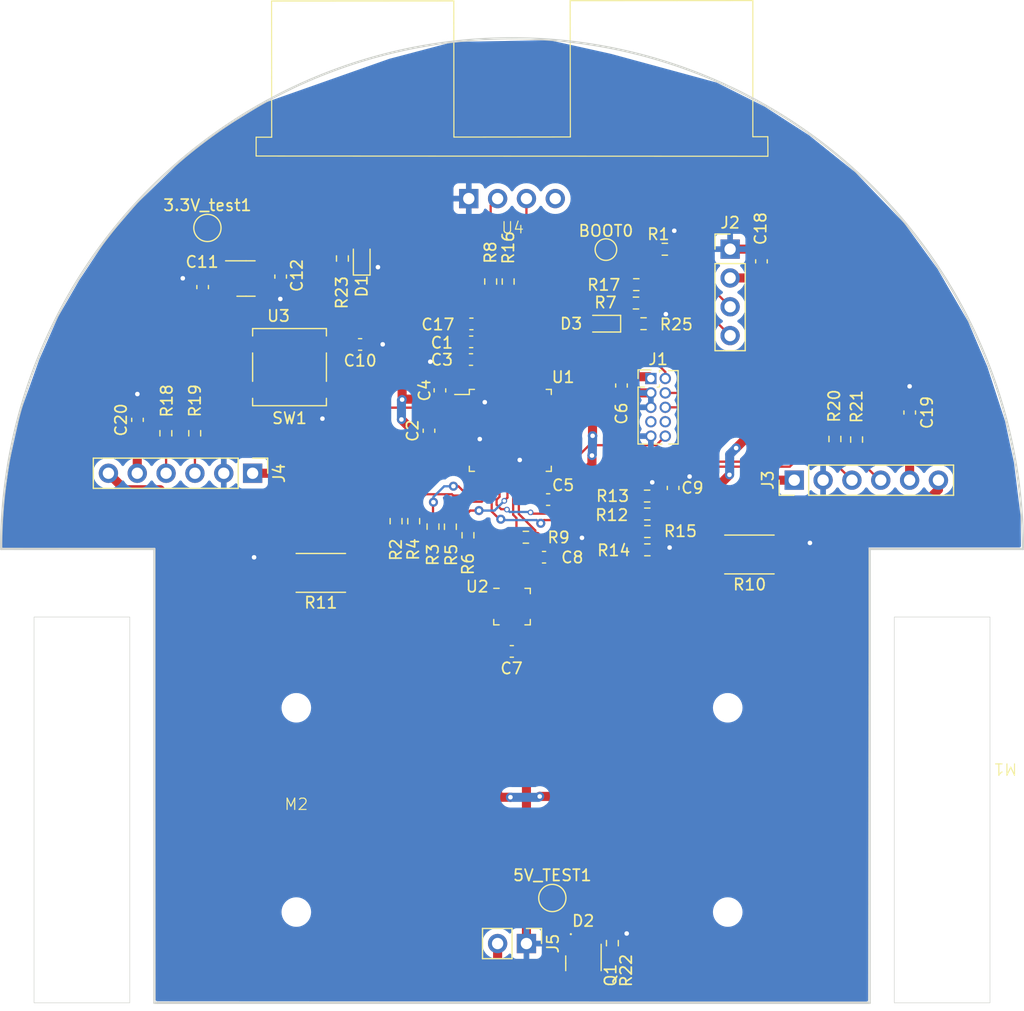
<source format=kicad_pcb>
(kicad_pcb (version 20221018) (generator pcbnew)
  (layers (0 "F.Cu" signal) (31 "B.Cu" power) (34 "B.Paste" user) (35 "F.Paste" user) (36 "B.SilkS" user "B.Silkscreen") (37 "F.SilkS" user "F.Silkscreen") (38 "B.Mask" user) (39 "F.Mask" user) (44 "Edge.Cuts" user))
  (net 0 "")
  (net 1 "+3.3V")
  (net 2 "GND")
  (net 3 "+BATT")
  (net 4 "Net-(D2-A)")
  (net 5 "/mcu/IN_B2")
  (net 6 "Net-(C9-Pad1)")
  (net 7 "/mcu/BOOT0")
  (net 8 "Net-(U1-PA2)")
  (net 9 "/mcu/TIM15_CH1")
  (net 10 "Net-(U1-PA3)")
  (net 11 "/mcu/TIM15_CH2")
  (net 12 "Net-(U1-PA4)")
  (net 13 "/mcu/OUT_A4")
  (net 14 "Net-(U1-PA5)")
  (net 15 "/mcu/OUT_A5")
  (net 16 "Net-(U1-PB0)")
  (net 17 "/mcu/OUT_B1")
  (net 18 "Net-(J5-Pin_2)")
  (net 19 "Net-(U1-PB6)")
  (net 20 "/mcu/OUT_B9")
  (net 21 "Net-(U1-PB9)")
  (net 22 "/mcu/TIM3_CH1")
  (net 23 "/mcu/TIM2_CH1")
  (net 24 "/mcu/TIM3_CH2")
  (net 25 "/mcu/TIM2_CH2")
  (net 26 "/mcu/TIM8_CH2")
  (net 27 "Net-(U4-ECHO)")
  (net 33 "/mcu/~{RESET}")
  (net 45 "/mcu/SWDIO")
  (net 48 "/mcu/SWDCLK")
  (net 50 "/mcu/SWO")
  (net 52 "+3V3")
  (net 55 "Net-(J2-Pin_3)")
  (net 56 "/external_uart/EXT_UART_RX")
  (net 57 "/motorA/MA")
  (net 58 "Net-(J3-Pin_3)")
  (net 59 "Net-(J3-Pin_4)")
  (net 60 "/motorA/MB")
  (net 61 "/motorB/MA")
  (net 62 "Net-(J4-Pin_3)")
  (net 63 "Net-(J4-Pin_4)")
  (net 64 "/motorB/MB")
  (net 65 "Net-(U2-SENSEB)")
  (net 66 "Net-(U2-SENSEA)")
  (net 67 "Net-(U2-TOFF)")
  (net 68 "/motor_control/REF")
  (net 69 "/external_uart/EXT_UART_TX")
  (net 71 "Net-(D1-A)")
  (net 72 "/mcu/OUT_B0")
  (net 73 "Net-(U1-NRST)")
  (net 74 "Net-(D3-K)")
  (net 75 "Net-(D3-A)")
  (footprint "Package_QFP:LQFP-48_7x7mm_P0.5mm" (layer "F.Cu") (at 149.85 89.55)
    (fp_text reference "U1")
    (fp_text value "STM32F030C8Tx")
  )
  (footprint "Resistor_SMD:R_0603_1608Metric" (layer "F.Cu") (at 163.46 73.59)
    (fp_text reference "R1")
    (fp_text value "10k")
  )
  (footprint "minimouse:N20_with_encoder" (layer "F.Cu") (at 131 123)
    (fp_text reference "M2")
    (fp_text value "N20_encoder")
    (fp_rect (start -23.1 -17) (end -14.67 17) (stroke (width 0.05)) (fill none) (layer "Edge.Cuts"))
  )
  (footprint "Capacitor_SMD:C_0603_1608Metric" (layer "F.Cu") (at 117.01 88.625 90)
    (fp_text reference "C20")
    (fp_text value "2.2uF")
  )
  (footprint "Resistor_SMD:R_0603_1608Metric" (layer "F.Cu") (at 160.945 76.71 180)
    (fp_text reference "R17")
    (fp_text value "100")
  )
  (footprint "Capacitor_SMD:C_0603_1608Metric" (layer "F.Cu") (at 164.19 94.625 90)
    (fp_text reference "C9")
    (fp_text value "22nF")
  )
  (footprint "Resistor_SMD:R_0603_1608Metric" (layer "F.Cu") (at 119.51 89.805 -90)
    (fp_text reference "R18")
    (fp_text value "100")
  )
  (footprint "TestPoint:TestPoint_Pad_D1.5mm" (layer "F.Cu") (at 158.27 73.62)
    (fp_text reference "BOOT0")
    (fp_text value "TestPoint")
  )
  (footprint "Connector_PinHeader_2.54mm:PinHeader_1x06_P2.54mm_Vertical" (layer "F.Cu") (at 127.15 93.33 -90)
    (fp_text reference "J4")
    (fp_text value "MOTOR")
  )
  (footprint "Resistor_SMD:R_0603_1608Metric" (layer "F.Cu") (at 161.915 96.92)
    (fp_text reference "R12")
    (fp_text value "1k")
  )
  (footprint "Resistor_SMD:R_0603_1608Metric" (layer "F.Cu") (at 141.34 97.555 -90)
    (fp_text reference "R4")
    (fp_text value "100")
  )
  (footprint "Capacitor_SMD:C_0603_1608Metric" (layer "F.Cu") (at 143.65 86.025 90)
    (fp_text reference "C4")
    (fp_text value "0.1uF")
  )
  (footprint "Package_DFN_QFN:VQFN-16-1EP_3x3mm_P0.5mm_EP1.8x1.8mm" (layer "F.Cu") (at 150 105.08)
    (fp_text reference "U2")
    (fp_text value "STSPIN240")
  )
  (footprint "Resistor_SMD:R_0603_1608Metric" (layer "F.Cu") (at 148.12 76.435 -90)
    (fp_text reference "R8")
    (fp_text value "100")
  )
  (footprint "Resistor_SMD:R_0603_1608Metric" (layer "F.Cu") (at 122.05 89.805 -90)
    (fp_text reference "R19")
    (fp_text value "100")
  )
  (footprint "minimouse:HC-SR04" (layer "F.Cu") (at 150 69.125)
    (fp_text reference "U4")
    (fp_text value "HC-SR04")
  )
  (footprint "Capacitor_SMD:C_0603_1608Metric" (layer "F.Cu") (at 129.62 76 -90)
    (fp_text reference "C12")
    (fp_text value "2.2uF")
  )
  (footprint "Capacitor_SMD:C_0603_1608Metric" (layer "F.Cu") (at 153.18 95.65 180)
    (fp_text reference "C5")
    (fp_text value "0.1uF")
  )
  (footprint "Resistor_SMD:R_0603_1608Metric" (layer "F.Cu") (at 161.92 100.08)
    (fp_text reference "R14")
    (fp_text value "10k")
  )
  (footprint "minimouse:N20_with_encoder" (layer "F.Cu") (at 169 123 180)
    (fp_text reference "M1")
    (fp_text value "N20_encoder")
    (fp_rect (start -23.1 -17) (end -14.67 17) (stroke (width 0.05)) (fill none) (layer "Edge.Cuts"))
  )
  (footprint "Resistor_SMD:R_0603_1608Metric" (layer "F.Cu") (at 178.44 90.31 -90)
    (fp_text reference "R20")
    (fp_text value "100")
  )
  (footprint "Resistor_SMD:R_0603_1608Metric" (layer "F.Cu") (at 161.92 98.47 180)
    (fp_text reference "R15")
    (fp_text value "10k")
  )
  (footprint "Resistor_SMD:R_0603_1608Metric" (layer "F.Cu") (at 135.06 74.405 90)
    (fp_text reference "R23")
    (fp_text value "330")
  )
  (footprint "Connector_PinHeader_2.54mm:PinHeader_1x02_P2.54mm_Vertical" (layer "F.Cu") (at 151.27 134.775 -90)
    (fp_text reference "J5")
    (fp_text value "Conn_01x02")
  )
  (footprint "Package_TO_SOT_SMD:SOT-23" (layer "F.Cu") (at 156.29 136.5125 -90)
    (fp_text reference "Q1")
    (fp_text value "Si2319CDS")
  )
  (footprint "Capacitor_SMD:C_0603_1608Metric" (layer "F.Cu") (at 146.385 83.31)
    (fp_text reference "C3")
    (fp_text value "0.1uF")
  )
  (footprint "Resistor_SMD:R_2512_6332Metric" (layer "F.Cu") (at 170.91 100.49)
    (fp_text reference "R10")
    (fp_text value "330m")
  )
  (footprint "Connector_PinHeader_2.54mm:PinHeader_1x06_P2.54mm_Vertical" (layer "F.Cu") (at 174.86 93.94 90)
    (fp_text reference "J3")
    (fp_text value "MOTOR")
  )
  (footprint "Resistor_SMD:R_0603_1608Metric" (layer "F.Cu") (at 180.35 90.36 -90)
    (fp_text reference "R21")
    (fp_text value "100")
  )
  (footprint "Resistor_SMD:R_0603_1608Metric" (layer "F.Cu") (at 160.92 78.33 180)
    (fp_text reference "R7")
    (fp_text value "100")
  )
  (footprint "TestPoint:TestPoint_Pad_D2.0mm" (layer "F.Cu") (at 153.55 130.76)
    (fp_text reference "5V_TEST1")
    (fp_text value "TestPoint")
  )
  (footprint "Resistor_SMD:R_0603_1608Metric" (layer "F.Cu") (at 139.7866 97.553 -90)
    (fp_text reference "R2")
    (fp_text value "100")
  )
  (footprint "Capacitor_SMD:C_0603_1608Metric" (layer "F.Cu") (at 149.98 109.03)
    (fp_text reference "C7")
    (fp_text value "2.2uF")
  )
  (footprint "Button_Switch_SMD:SW_SPST_B3SL-1022P" (layer "F.Cu") (at 130.4 83.98 180)
    (fp_text reference "SW1")
    (fp_text value "SW_Push")
  )
  (footprint "Resistor_SMD:R_0603_1608Metric" (layer "F.Cu") (at 151.22 98.97 180)
    (fp_text reference "R9")
    (fp_text value "10k")
  )
  (footprint "Capacitor_SMD:C_0603_1608Metric" (layer "F.Cu") (at 152.82 100.73)
    (fp_text reference "C8")
    (fp_text value "0.1uF")
  )
  (footprint "Resistor_SMD:R_0603_1608Metric" (layer "F.Cu") (at 143.04 98.035 -90)
    (fp_text reference "R3")
    (fp_text value "100")
  )
  (footprint "Capacitor_SMD:C_0603_1608Metric" (layer "F.Cu") (at 142.6875 89.5825 90)
    (fp_text reference "C2")
    (fp_text value "0.1uF")
  )
  (footprint "Package_TO_SOT_SMD:SOT-23-5" (layer "F.Cu") (at 126.57 76.17)
    (fp_text reference "U3")
    (fp_text value "LP5907MFX-3.3")
  )
  (footprint "Capacitor_SMD:C_0603_1608Metric" (layer "F.Cu") (at 146.4 81.75)
    (fp_text reference "C1")
    (fp_text value "2.2uF")
  )
  (footprint "Capacitor_SMD:C_0603_1608Metric" (layer "F.Cu") (at 185.03 87.98 90)
    (fp_text reference "C19")
    (fp_text value "2.2uF")
  )
  (footprint "Resistor_SMD:R_0603_1608Metric" (layer "F.Cu") (at 144.57 98.045 -90)
    (fp_text reference "R5")
    (fp_text value "100")
  )
  (footprint "Capacitor_SMD:C_0603_1608Metric" (layer "F.Cu") (at 136.62 81.98 180)
    (fp_text reference "C10")
    (fp_text value "100n")
  )
  (footprint "Connector_PinHeader_1.27mm:PinHeader_2x05_P1.27mm_Vertical" (layer "F.Cu") (at 162.23 84.98)
    (fp_text reference "J1")
    (fp_text value "JTAG")
  )
  (footprint "LED_SMD:LED_0603_1608Metric_Pad1.05x0.95mm_HandSolder" (layer "F.Cu") (at 157.905 80.15 180)
    (fp_text reference "D3")
    (fp_text value "LED")
  )
  (footprint "Connector_PinHeader_2.54mm:PinHeader_1x04_P2.54mm_Vertical" (layer "F.Cu") (at 169.21 73.58)
    (fp_text reference "J2")
    (fp_text value "I2C")
  )
  (footprint "Resistor_SMD:R_2512_6332Metric" (layer "F.Cu") (at 133.16 102.11 180)
    (fp_text reference "R11")
    (fp_text value "330m")
  )
  (footprint "Resistor_SMD:R_0603_1608Metric" (layer "F.Cu") (at 161.9 95.34)
    (fp_text reference "R13")
    (fp_text value "47k")
  )
  (footprint "Diode_SMD:D_0402_1005Metric" (layer "F.Cu") (at 156.27 133.95)
    (fp_text reference "D2")
    (fp_text value "D_Zener")
  )
  (footprint "Capacitor_SMD:C_0603_1608Metric" (layer "F.Cu") (at 159.64 85.6 -90)
    (fp_text reference "C6")
    (fp_text value "2.2uF")
  )
  (footprint "Resistor_SMD:R_0603_1608Metric" (layer "F.Cu") (at 149.66 76.435 90)
    (fp_text reference "R16")
    (fp_text value "100")
  )
  (footprint "Capacitor_SMD:C_0603_1608Metric" (layer "F.Cu") (at 122.75 76.925 90)
    (fp_text reference "C11")
    (fp_text value "2.2uF")
  )
  (footprint "Capacitor_SMD:C_0603_1608Metric" (layer "F.Cu") (at 146.42 80.17)
    (fp_text reference "C17")
    (fp_text value "2.2uF")
  )
  (footprint "LED_SMD:LED_0603_1608Metric" (layer "F.Cu") (at 136.76 74.38 90)
    (fp_text reference "D1")
    (fp_text value "ON")
  )
  (footprint "Capacitor_SMD:C_0603_1608Metric" (layer "F.Cu") (at 171.97 74.655 90)
    (fp_text reference "C18")
    (fp_text value "2.2uF")
  )
  (footprint "Resistor_SMD:R_0603_1608Metric" (layer "F.Cu") (at 161.585 80.15 180)
    (fp_text reference "R25")
    (fp_text value "R")
  )
  (footprint "Resistor_SMD:R_0603_1608Metric" (layer "F.Cu") (at 158.84 134.74 90)
    (fp_text reference "R22")
    (fp_text value "10k")
  )
  (footprint "Resistor_SMD:R_0603_1608Metric" (layer "F.Cu") (at 146.12 98.795 90)
    (fp_text reference "R6")
    (fp_text value "100")
  )
  (footprint "TestPoint:TestPoint_Pad_D2.0mm" (layer "F.Cu") (at 123.17 71.71)
    (fp_text reference "3.3V_test1")
    (fp_text value "TestPoint")
  )
  (gr_arc (start 105 100) (mid 150 55) (end 195 100) (stroke (width 0.2)) (layer "Edge.Cuts"))
  (gr_line (start 181.5 140) (end 118.5 140) (stroke (width 0.2)) (layer "Edge.Cuts"))
  (gr_line (start 118.5 100) (end 105 100) (stroke (width 0.2)) (layer "Edge.Cuts"))
  (gr_line (start 181.5 100) (end 181.5 140) (stroke (width 0.2)) (layer "Edge.Cuts"))
  (gr_line (start 195 100) (end 181.5 100) (stroke (width 0.2)) (layer "Edge.Cuts"))
  (gr_line (start 118.5 140) (end 118.5 100) (stroke (width 0.2)) (layer "Edge.Cuts"))
  (segment (start 145.61 83.5) (end 145.61 83.31) (width 0.2) (layer "F.Cu") (net 1))
  (segment (start 127.7075 75.22) (end 129.615 75.22) (width 0.8) (layer "F.Cu") (net 1))
  (segment (start 123.17 71.71) (end 130.77 71.71) (width 0.8) (layer "F.Cu") (net 1))
  (segment (start 143.13 90.8) (end 145.6875 90.8) (width 0.2) (layer "F.Cu") (net 1))
  (segment (start 152.6 93.7125) (end 152.6 94.53) (width 0.2) (layer "F.Cu") (net 1))
  (segment (start 132.78 73.72) (end 132.78 75.225) (width 0.8) (layer "F.Cu") (net 1))
  (segment (start 146.74741 91.09) (end 146.45741 90.8) (width 0.2) (layer "F.Cu") (net 1))
  (segment (start 143.65 86.8) (end 140.36 86.8) (width 0.8) (layer "F.Cu") (net 1))
  (segment (start 159.64 84.825) (end 158.665 84.825) (width 0.8) (layer "F.Cu") (net 1))
  (segment (start 130.77 71.71) (end 132.78 73.72) (width 0.8) (layer "F.Cu") (net 1))
  (segment (start 145.6875 86.8) (end 143.65 86.8) (width 0.2) (layer "F.Cu") (net 1))
  (segment (start 146.195 84.085) (end 145.61 83.5) (width 0.2) (layer "F.Cu") (net 1))
  (segment (start 135.055 75.225) (end 135.06 75.23) (width 0.8) (layer "F.Cu") (net 1))
  (segment (start 152.6 92.876904) (end 150.813096 91.09) (width 0.2) (layer "F.Cu") (net 1))
  (segment (start 145.61 81.765) (end 145.625 81.75) (width 0.8) (layer "F.Cu") (net 1))
  (segment (start 142.6875 90.3575) (end 142.0275 90.3575) (width 0.8) (layer "F.Cu") (net 1))
  (segment (start 157.04 91.73) (end 157.04 91.77) (width 0.8) (layer "F.Cu") (net 1))
  (segment (start 162.075 84.825) (end 162.23 84.98) (width 0.8) (layer "F.Cu") (net 1))
  (segment (start 157.09 90.02) (end 157.1 90.03) (width 0.8) (layer "F.Cu") (net 1))
  (segment (start 146.61 86.8) (end 147.1 86.31) (width 0.2) (layer "F.Cu") (net 1))
  (segment (start 147.1 86.31) (end 147.1 85.3875) (width 0.2) (layer "F.Cu") (net 1))
  (segment (start 135.06 75.23) (end 135.06 76.84) (width 0.8) (layer "F.Cu") (net 1))
  (segment (start 145.6875 86.8) (end 146.61 86.8) (width 0.2) (layer "F.Cu") (net 1))
  (segment (start 145.625 81.75) (end 145.625 80.19) (width 0.8) (layer "F.Cu") (net 1))
  (segment (start 135.06 76.84) (end 138.39 80.17) (width 0.8) (layer "F.Cu") (net 1))
  (segment (start 145.625 80.19) (end 145.645 80.17) (width 0.8) (layer "F.Cu") (net 1))
  (segment (start 162.23 84.82) (end 162.23 84.98) (width 0.2) (layer "F.Cu") (net 1))
  (segment (start 147.1 85.3875) (end 147.1 84.41) (width 0.2) (layer "F.Cu") (net 1))
  (segment (start 129.62 75.225) (end 132.78 75.225) (width 0.8) (layer "F.Cu") (net 1))
  (segment (start 142.6875 90.3575) (end 143.13 90.8) (width 0.2) (layer "F.Cu") (net 1))
  (segment (start 142.0275 90.3575) (end 140.26 88.59) (width 0.8) (layer "F.Cu") (net 1))
  (segment (start 153.72 95.65) (end 153.955 95.65) (width 0.2) (layer "F.Cu") (net 1))
  (segment (start 157.04 91.77) (end 157.04 92.565) (width 0.8) (layer "F.Cu") (net 1))
  (segment (start 146.45741 90.8) (end 145.6875 90.8) (width 0.2) (layer "F.Cu") (net 1))
  (segment (start 140.36 86.8) (end 140.32 86.84) (width 0.8) (layer "F.Cu") (net 1))
  (segment (start 152.6 94.53) (end 153.72 95.65) (width 0.2) (layer "F.Cu") (net 1))
  (segment (start 145.6775 86.79) (end 145.6875 86.8) (width 0.2) (layer "F.Cu") (net 1))
  (segment (start 150.813096 91.09) (end 146.74741 91.09) (width 0.2) (layer "F.Cu") (net 1))
  (segment (start 159.64 84.825) (end 162.075 84.825) (width 0.8) (layer "F.Cu") (net 1))
  (segment (start 157.04 92.565) (end 153.955 95.65) (width 0.8) (layer "F.Cu") (net 1))
  (segment (start 157.09 86.4) (end 157.09 90.02) (width 0.8) (layer "F.Cu") (net 1))
  (segment (start 129.615 75.22) (end 129.62 75.225) (width 0.8) (layer "F.Cu") (net 1))
  (segment (start 138.39 80.17) (end 140.32 80.17) (width 0.8) (layer "F.Cu") (net 1))
  (segment (start 132.78 75.225) (end 135.055 75.225) (width 0.8) (layer "F.Cu") (net 1))
  (segment (start 140.32 86.84) (end 140.32 80.17) (width 0.8) (layer "F.Cu") (net 1))
  (segment (start 152.6 93.7125) (end 152.6 92.876904) (width 0.2) (layer "F.Cu") (net 1))
  (segment (start 140.32 80.17) (end 145.645 80.17) (width 0.8) (layer "F.Cu") (net 1))
  (segment (start 146.775 84.085) (end 146.195 84.085) (width 0.2) (layer "F.Cu") (net 1))
  (segment (start 145.61 83.31) (end 145.61 81.765) (width 0.8) (layer "F.Cu") (net 1))
  (segment (start 158.665 84.825) (end 157.09 86.4) (width 0.8) (layer "F.Cu") (net 1))
  (segment (start 147.1 84.41) (end 146.775 84.085) (width 0.2) (layer "F.Cu") (net 1))
  (via (at 140.26 88.59) (size 0.8) (drill 0.4) (layers "F.Cu" "B.Cu") (net 1))
  (via (at 157.04 91.77) (size 0.8) (drill 0.4) (layers "F.Cu" "B.Cu") (net 1))
  (via (at 157.1 90.03) (size 0.8) (drill 0.4) (layers "F.Cu" "B.Cu") (net 1))
  (via (at 140.32 86.84) (size 0.8) (drill 0.4) (layers "F.Cu" "B.Cu") (net 1))
  (segment (start 157.1 90.03) (end 157.07 91.7) (width 0.8) (layer "B.Cu") (net 1))
  (segment (start 157.07 91.7) (end 157.04 91.73) (width 0.8) (layer "B.Cu") (net 1))
  (segment (start 157.07 90.03) (end 157.1 90.03) (width 0.8) (layer "B.Cu") (net 1))
  (segment (start 140.26 88.59) (end 140.26 86.9) (width 0.8) (layer "B.Cu") (net 1))
  (segment (start 140.26 86.9) (end 140.32 86.84) (width 0.8) (layer "B.Cu") (net 1))
  (segment (start 147.6 85.3875) (end 147.6 87.07) (width 0.2) (layer "F.Cu") (net 2))
  (segment (start 160.1 133.89) (end 160.11 133.89) (width 0.8) (layer "F.Cu") (net 2))
  (segment (start 162.725 95.34) (end 162.725 94.525) (width 0.8) (layer "F.Cu") (net 2))
  (segment (start 138.19 75.17) (end 138.1925 75.1675) (width 0.8) (layer "F.Cu") (net 2))
  (segment (start 164.285 71.955) (end 164.285 71.945) (width 0.8) (layer "F.Cu") (net 2))
  (segment (start 163.88 99.9) (end 163.88 99.88) (width 0.8) (layer "F.Cu") (net 2))
  (segment (start 164.285 71.965) (end 164.29 71.96) (width 0.8) (layer "F.Cu") (net 2))
  (segment (start 164.285 73.59) (end 164.285 71.965) (width 0.8) (layer "F.Cu") (net 2))
  (segment (start 121 76.15) (end 120.97 76.15) (width 0.8) (layer "F.Cu") (net 2))
  (segment (start 143.55 89.53) (end 144.32 90.3) (width 0.2) (layer "F.Cu") (net 2))
  (segment (start 142.8 83.53) (end 142.8 83.5) (width 0.8) (layer "F.Cu") (net 2))
  (segment (start 125.4125 76.15) (end 125.4325 76.17) (width 0.2) (layer "F.Cu") (net 2))
  (segment (start 150.75 107.725686) (end 150.25 107.225686) (width 0.2) (layer "F.Cu") (net 2))
  (segment (start 160.11 133.89) (end 160.11 133.89) (width 0.8) (layer "F.Cu") (net 2))
  (segment (start 150.75 109.025) (end 150.75 107.725686) (width 0.2) (layer "F.Cu") (net 2))
  (segment (start 163.88 99.88) (end 163.9 99.88) (width 0.8) (layer "F.Cu") (net 2))
  (segment (start 185.02 85.67) (end 185.03 85.66) (width 0.8) (layer "F.Cu") (net 2))
  (segment (start 150.755 109.03) (end 150.75 109.025) (width 0.2) (layer "F.Cu") (net 2))
  (segment (start 153.595 100.73) (end 154.45 100.73) (width 0.8) (layer "F.Cu") (net 2))
  (segment (start 147.6 85.3875) (end 147.6 83.75) (width 0.2) (layer "F.Cu") (net 2))
  (segment (start 165.64 93.62) (end 165.63 93.63) (width 0.8) (layer "F.Cu") (net 2))
  (segment (start 153.595 100.73) (end 153.81 100.73) (width 0.2) (layer "F.Cu") (net 2))
  (segment (start 143.4175 88.8075) (end 143.55 88.94) (width 0.2) (layer "F.Cu") (net 2))
  (segment (start 164.295 73.58) (end 164.285 73.59) (width 0.8) (layer "F.Cu") (net 2))
  (segment (start 164.19 93.85) (end 165.41 93.85) (width 0.8) (layer "F.Cu") (net 2))
  (segment (start 156.16 99.02) (end 156.17 99.01) (width 0.8) (layer "F.Cu") (net 2))
  (segment (start 145.6875 90.3) (end 147.16 90.32) (width 0.2) (layer "F.Cu") (net 2))
  (segment (start 160.085 133.915) (end 160.1 133.9) (width 0.8) (layer "F.Cu") (net 2))
  (segment (start 117.01 87.85) (end 117 86.35) (width 0.8) (layer "F.Cu") (net 2))
  (segment (start 158.84 133.915) (end 160.085 133.915) (width 0.8) (layer "F.Cu") (net 2))
  (segment (start 143.55 88.94) (end 143.55 89.53) (width 0.2) (layer "F.Cu") (net 2))
  (segment (start 152.1 93.7125) (end 152.1 95.345) (width 0.2) (layer "F.Cu") (net 2))
  (segment (start 133.28 85.98) (end 133.3 88.52) (width 0.8) (layer "F.Cu") (net 2))
  (segment (start 150.68 92.16) (end 150.66 92.19) (width 0.2) (layer "F.Cu") (net 2))
  (segment (start 151.27 109.545) (end 150.755 109.03) (width 0.8) (layer "F.Cu") (net 2))
  (segment (start 171.67 73.58) (end 171.97 73.88) (width 0.8) (layer "F.Cu") (net 2))
  (segment (start 164.29 71.96) (end 164.285 71.955) (width 0.8) (layer "F.Cu") (net 2))
  (segment (start 162.35 94.15) (end 162.35 94.13) (width 0.8) (layer "F.Cu") (net 2))
  (segment (start 162.35 94.13) (end 162.33 94.13) (width 0.8) (layer "F.Cu") (net 2))
  (segment (start 128.6 102.11) (end 127.25 100.76) (width 0.8) (layer "F.Cu") (net 2))
  (segment (start 151.27 134.775) (end 151.27 109.545) (width 0.8) (layer "F.Cu") (net 2))
  (segment (start 154.45 100.73) (end 156.16 99.02) (width 0.8) (layer "F.Cu") (net 2))
  (segment (start 150.25 106.5675) (end 150.25 105.33) (width 0.2) (layer "F.Cu") (net 2))
  (segment (start 127.52 85.98) (end 133.28 85.98) (width 0.8) (layer "F.Cu") (net 2))
  (segment (start 143.65 84.38) (end 142.8 83.53) (width 0.8) (layer "F.Cu") (net 2))
  (segment (start 147.6 87.07) (end 147.6 87.08) (width 0.2) (layer "F.Cu") (net 2))
  (segment (start 137.395 81.98) (end 138.61 81.97) (width 0.8) (layer "F.Cu") (net 2))
  (segment (start 162.745 100.08) (end 163.7 100.08) (width 0.8) (layer "F.Cu") (net 2))
  (segment (start 162.41 80.15) (end 162.73 80.15) (width 0.8) (layer "F.Cu") (net 2))
  (segment (start 150.25 107.225686) (end 150.25 106.5675) (width 0.2) (layer "F.Cu") (net 2))
  (segment (start 152.1 92.94259) (end 151.34741 92.19) (width 0.2) (layer "F.Cu") (net 2))
  (segment (start 165.41 93.85) (end 165.64 93.62) (width 0.8) (layer "F.Cu") (net 2))
  (segment (start 147.175 80.19) (end 147.195 80.17) (width 0.8) (layer "F.Cu") (net 2))
  (segment (start 133.28 88.54) (end 133.31 88.57) (width 0.8) (layer "F.Cu") (net 2))
  (segment (start 147.175 81.75) (end 147.175 80.19) (width 0.8) (layer "F.Cu") (net 2))
  (segment (start 142.77 83.5) (end 142.77 83.5) (width 0.8) (layer "F.Cu") (net 2))
  (segment (start 142.6875 88.8075) (end 143.4175 88.8075) (width 0.2) (layer "F.Cu") (net 2))
  (segment (start 163.7 100.08) (end 163.88 99.9) (width 0.8) (layer "F.Cu") (net 2))
  (segment (start 138.61 81.97) (end 138.62 81.98) (width 0.8) (layer "F.Cu") (net 2))
  (segment (start 162.725 94.525) (end 162.35 94.15) (width 0.8) (layer "F.Cu") (net 2))
  (segment (start 150.25 105.33) (end 150 105.08) (width 0.2) (layer "F.Cu") (net 2))
  (segment (start 169.21 73.58) (end 169.23 73.56) (width 0.2) (layer "F.Cu") (net 2))
  (segment (start 147.16 81.765) (end 147.175 81.75) (width 0.8) (layer "F.Cu") (net 2))
  (segment (start 122.75 76.15) (end 121 76.15) (width 0.8) (layer "F.Cu") (net 2))
  (segment (start 173.8725 100.49) (end 175.23 100.49) (width 0.8) (layer "F.Cu") (net 2))
  (segment (start 133.3 88.52) (end 133.28 88.54) (width 0.8) (layer "F.Cu") (net 2))
  (segment (start 152.1 93.7125) (end 152.1 92.94259) (width 0.2) (layer "F.Cu") (net 2))
  (segment (start 164.285 71.945) (end 164.28 71.94) (width 0.8) (layer "F.Cu") (net 2))
  (segment (start 147.16 90.32) (end 147.04 90.29) (width 0.2) (layer "F.Cu") (net 2))
  (segment (start 117 86.35) (end 117.01 86.34) (width 0.8) (layer "F.Cu") (net 2))
  (segment (start 143.65 85.25) (end 143.65 84.38) (width 0.8) (layer "F.Cu") (net 2))
  (segment (start 176.24 99.48) (end 176.24 99.47) (width 0.8) (layer "F.Cu") (net 2))
  (segment (start 152.1 95.345) (end 152.405 95.65) (width 0.2) (layer "F.Cu") (net 2))
  (segment (start 162.33 94.13) (end 162.34 94.14) (width 0.8) (layer "F.Cu") (net 2))
  (segment (start 163.55 79.31) (end 163.57 79.31) (width 0.8) (layer "F.Cu") (net 2))
  (segment (start 162.23 86.25) (end 159.765 86.25) (width 0.8) (layer "F.Cu") (net 2))
  (segment (start 144.32 90.3) (end 145.6875 90.3) (width 0.2) (layer "F.Cu") (net 2))
  (segment (start 129.59 77.97) (end 129.57 77.99) (width 0.8) (layer "F.Cu") (net 2))
  (segment (start 163.9 99.88) (end 163.88 99.9) (width 0.8) (layer "F.Cu") (net 2))
  (segment (start 127.25 100.76) (end 127.28 100.74) (width 0.8) (layer "F.Cu") (net 2))
  (segment (start 163.55 79.33) (end 163.55 79.31) (width 0.8) (layer "F.Cu") (net 2))
  (segment (start 129.57 78.03) (end 129.61 77.99) (width 0.8) (layer "F.Cu") (net 2))
  (segment (start 130.1975 102.11) (end 128.6 102.11) (width 0.8) (layer "F.Cu") (net 2))
  (segment (start 127.28 100.74) (end 127.25 100.74) (width 0.8) (layer "F.Cu") (net 2))
  (segment (start 129.57 77.99) (end 129.57 78.03) (width 0.8) (layer "F.Cu") (net 2))
  (segment (start 147.16 83.31) (end 147.16 81.765) (width 0.8) (layer "F.Cu") (net 2))
  (segment (start 159.765 86.25) (end 159.64 86.375) (width 0.8) (layer "F.Cu") (net 2))
  (segment (start 185.03 87.205) (end 185.02 85.67) (width 0.8) (layer "F.Cu") (net 2))
  (segment (start 175.23 100.49) (end 176.24 99.48) (width 0.8) (layer "F.Cu") (net 2))
  (segment (start 142.8 83.5) (end 142.77 83.5) (width 0.8) (layer "F.Cu") (net 2))
  (segment (start 138.1925 75.1675) (end 138.2075 75.1675) (width 0.8) (layer "F.Cu") (net 2))
  (segment (start 151.34741 92.19) (end 150.68 92.16) (width 0.2) (layer "F.Cu") (net 2))
  (segment (start 136.76 75.1675) (end 138.1875 75.1675) (width 0.8) (layer "F.Cu") (net 2))
  (segment (start 122.780001 76.119999) (end 125.4325 76.119999) (width 0.8) (layer "F.Cu") (net 2))
  (segment (start 129.62 77.98) (end 129.61 77.99) (width 0.8) (layer "F.Cu") (net 2))
  (segment (start 138.1875 75.1675) (end 138.19 75.17) (width 0.8) (layer "F.Cu") (net 2))
  (segment (start 147.6 83.75) (end 147.16 83.31) (width 0.2) (layer "F.Cu") (net 2))
  (segment (start 160.1 133.9) (end 160.1 133.89) (width 0.8) (layer "F.Cu") (net 2))
  (segment (start 162.73 80.15) (end 163.55 79.33) (width 0.8) (layer "F.Cu") (net 2))
  (segment (start 122.75 76.15) (end 122.780001 76.119999) (width 0.8) (layer "F.Cu") (net 2))
  (segment (start 169.21 73.58) (end 171.67 73.58) (width 0.8) (layer "F.Cu") (net 2))
  (segment (start 129.62 76.775) (end 129.62 77.98) (width 0.8) (layer "F.Cu") (net 2))
  (segment (start 163.57 79.31) (end 163.59 79.29) (width 0.8) (layer "F.Cu") (net 2))
  (segment (start 129.61 77.99) (end 129.59 77.97) (width 0.8) (layer "F.Cu") (net 2))
  (via (at 163.55 79.31) (size 0.8) (drill 0.4) (layers "F.Cu" "B.Cu") (net 2))
  (via (at 176.24 99.47) (size 0.8) (drill 0.4) (layers "F.Cu" "B.Cu") (net 2))
  (via (at 160.1 133.89) (size 0.8) (drill 0.4) (layers "F.Cu" "B.Cu") (net 2))
  (via (at 147.16 90.32) (size 0.8) (drill 0.4) (layers "F.Cu" "B.Cu") (net 2))
  (via (at 164.29 71.96) (size 0.8) (drill 0.4) (layers "F.Cu" "B.Cu") (net 2))
  (via (at 156.16 99.02) (size 0.8) (drill 0.4) (layers "F.Cu" "B.Cu") (net 2))
  (via (at 165.64 93.62) (size 0.8) (drill 0.4) (layers "F.Cu" "B.Cu") (net 2))
  (via (at 150.68 92.16) (size 0.8) (drill 0.4) (layers "F.Cu" "B.Cu") (net 2))
  (via (at 142.8 83.5) (size 0.8) (drill 0.4) (layers "F.Cu" "B.Cu") (net 2))
  (via (at 162.35 94.13) (size 0.8) (drill 0.4) (layers "F.Cu" "B.Cu") (net 2))
  (via (at 163.88 99.88) (size 0.8) (drill 0.4) (layers "F.Cu" "B.Cu") (net 2))
  (via (at 147.6 87.07) (size 0.8) (drill 0.4) (layers "F.Cu" "B.Cu") (net 2))
  (via (at 129.59 77.97) (size 0.8) (drill 0.4) (layers "F.Cu" "B.Cu") (net 2))
  (via (at 138.61 81.97) (size 0.8) (drill 0.4) (layers "F.Cu" "B.Cu") (net 2))
  (via (at 133.3 88.52) (size 0.8) (drill 0.4) (layers "F.Cu" "B.Cu") (net 2))
  (via (at 185.02 85.67) (size 0.8) (drill 0.4) (layers "F.Cu" "B.Cu") (net 2))
  (via (at 127.28 100.74) (size 0.8) (drill 0.4) (layers "F.Cu" "B.Cu") (net 2))
  (via (at 121 76.15) (size 0.8) (drill 0.4) (layers "F.Cu" "B.Cu") (net 2))
  (via (at 117 86.35) (size 0.8) (drill 0.4) (layers "F.Cu" "B.Cu") (net 2))
  (via (at 138.19 75.17) (size 0.8) (drill 0.4) (layers "F.Cu" "B.Cu") (net 2))
  (segment (start 182.48 97.5) (end 189.46 97.5) (width 0.8) (layer "F.Cu") (net 3))
  (segment (start 116.99 90.9) (end 116.99 89.42) (width 0.8) (layer "F.Cu") (net 3))
  (segment (start 178.63 101.35) (end 182.48 97.5) (width 0.8) (layer "F.Cu") (net 3))
  (segment (start 122.75 77.7) (end 124.8525 77.7) (width 0.8) (layer "F.Cu") (net 3))
  (segment (start 155.34 135.575) (end 155.34 134.395) (width 0.8) (layer "F.Cu") (net 3))
  (segment (start 155.34 134.395) (end 155.785 133.95) (width 0.8) (layer "F.Cu") (net 3))
  (segment (start 181.88 83.43) (end 179.67 81.22) (width 0.8) (layer "F.Cu") (net 3))
  (segment (start 126.545 76.669999) (end 126.545 75.670001) (width 0.5) (layer "F.Cu") (net 3))
  (segment (start 124.8525 77.7) (end 125.4325 77.12) (width 0.8) (layer "F.Cu") (net 3))
  (segment (start 173.88 75.43) (end 171.97 75.43) (width 0.8) (layer "F.Cu") (net 3))
  (segment (start 185.02 93.94) (end 184.86 93.94) (width 0.8) (layer "F.Cu") (net 3))
  (segment (start 148.73 121.89) (end 127.79 121.89) (width 0.8) (layer "F.Cu") (net 3))
  (segment (start 121.3 100.34) (end 117.32 96.36) (width 0.8) (layer "F.Cu") (net 3))
  (segment (start 162.745 98.47) (end 164.15 98.47) (width 0.8) (layer "F.Cu") (net 3))
  (segment (start 155.785 133.95) (end 155.785 121.825) (width 0.8) (layer "F.Cu") (net 3))
  (segment (start 179.67 81.22) (end 173.88 75.43) (width 0.8) (layer "F.Cu") (net 3))
  (segment (start 149.86 121.88) (end 149.87 121.89) (width 0.8) (layer "F.Cu") (net 3))
  (segment (start 116.99 89.42) (end 117.01 89.4) (width 0.8) (layer "F.Cu") (net 3))
  (segment (start 190.77 91.64) (end 189.84 90.71) (width 0.8) (layer "F.Cu") (net 3))
  (segment (start 185.02 88.765) (end 185.03 88.755) (width 0.8) (layer "F.Cu") (net 3))
  (segment (start 116.99 93.33) (end 116.99 90.9) (width 0.8) (layer "F.Cu") (net 3))
  (segment (start 152.44 121.81) (end 155.77 121.81) (width 0.8) (layer "F.Cu") (net 3))
  (segment (start 110.57 90.9) (end 110.57 88.04) (width 0.8) (layer "F.Cu") (net 3))
  (segment (start 155.785 121.825) (end 155.77 121.81) (width 0.8) (layer "F.Cu") (net 3))
  (segment (start 189.84 90.71) (end 184.19 90.71) (width 0.8) (layer "F.Cu") (net 3))
  (segment (start 164.15 98.47) (end 169.15 93.47) (width 0.8) (layer "F.Cu") (net 3))
  (segment (start 149.75 107.275686) (end 149.75 106.5675) (width 0.2) (layer "F.Cu") (net 3))
  (segment (start 121.3 115.4) (end 121.3 100.34) (width 0.8) (layer "F.Cu") (net 3))
  (segment (start 110.56 90.91) (end 110.57 90.9) (width 0.8) (layer "F.Cu") (net 3))
  (segment (start 126.545 75.670001) (end 126.094999 75.22) (width 0.5) (layer "F.Cu") (net 3))
  (segment (start 171.28 76.12) (end 171.97 75.43) (width 0.8) (layer "F.Cu") (net 3))
  (segment (start 110.56 96.36) (end 110.56 90.91) (width 0.8) (layer "F.Cu") (net 3))
  (segment (start 184.19 90.71) (end 181.88 88.4) (width 0.8) (layer "F.Cu") (net 3))
  (segment (start 185.02 93.94) (end 185.02 88.765) (width 0.8) (layer "F.Cu") (net 3))
  (segment (start 148.73 121.89) (end 148.73 109.505) (width 0.8) (layer "F.Cu") (net 3))
  (segment (start 169.15 93.47) (end 169.16 93.46) (width 0.8) (layer "F.Cu") (net 3))
  (segment (start 148.73 109.505) (end 149.205 109.03) (width 0.8) (layer "F.Cu") (net 3))
  (segment (start 152.41 121.81) (end 152.44 121.81) (width 0.8) (layer "F.Cu") (net 3))
  (segment (start 189.46 97.5) (end 190.77 96.19) (width 0.8) (layer "F.Cu") (net 3))
  (segment (start 178.63 121.81) (end 178.63 101.35) (width 0.8) (layer "F.Cu") (net 3))
  (segment (start 179.63 81.22) (end 179.67 81.22) (width 0.8) (layer "F.Cu") (net 3))
  (segment (start 122.74 77.69) (end 122.75 77.7) (width 0.8) (layer "F.Cu") (net 3))
  (segment (start 169.74 91.11) (end 179.63 81.22) (width 0.8) (layer "F.Cu") (net 3))
  (segment (start 190.77 96.19) (end 190.77 91.64) (width 0.8) (layer "F.Cu") (net 3))
  (segment (start 181.88 88.4) (end 181.88 83.43) (width 0.8) (layer "F.Cu") (net 3))
  (segment (start 126.094999 77.12) (end 126.545 76.669999) (width 0.5) (layer "F.Cu") (net 3))
  (segment (start 148.73 121.89) (end 149.86 121.88) (width 0.8) (layer "F.Cu") (net 3))
  (segment (start 125.4325 77.12) (end 126.094999 77.12) (width 0.5) (layer "F.Cu") (net 3))
  (segment (start 169.21 76.12) (end 171.28 76.12) (width 0.8) (layer "F.Cu") (net 3))
  (segment (start 120.92 77.69) (end 122.74 77.69) (width 0.8) (layer "F.Cu") (net 3))
  (segment (start 149.205 109.03) (end 149.23 109.005) (width 0.2) (layer "F.Cu") (net 3))
  (segment (start 127.79 121.89) (end 121.3 115.4) (width 0.8) (layer "F.Cu") (net 3))
  (segment (start 110.57 88.04) (end 120.92 77.69) (width 0.8) (layer "F.Cu") (net 3))
  (segment (start 149.23 107.795686) (end 149.75 107.275686) (width 0.2) (layer "F.Cu") (net 3))
  (segment (start 155.77 121.81) (end 178.63 121.81) (width 0.8) (layer "F.Cu") (net 3))
  (segment (start 149.23 109.005) (end 149.23 107.795686) (width 0.2) (layer "F.Cu") (net 3))
  (segment (start 126.094999 75.22) (end 125.4325 75.22) (width 0.5) (layer "F.Cu") (net 3))
  (segment (start 117.32 96.36) (end 110.56 96.36) (width 0.8) (layer "F.Cu") (net 3))
  (segment (start 110.57 90.9) (end 116.99 90.9) (width 0.8) (layer "F.Cu") (net 3))
  (via (at 149.86 121.88) (size 0.8) (drill 0.4) (layers "F.Cu" "B.Cu") (net 3))
  (via (at 169.15 93.47) (size 0.8) (drill 0.4) (layers "F.Cu" "B.Cu") (net 3))
  (via (at 169.74 91.11) (size 0.8) (drill 0.4) (layers "F.Cu" "B.Cu") (net 3))
  (via (at 152.44 121.81) (size 0.8) (drill 0.4) (layers "F.Cu" "B.Cu") (net 3))
  (segment (start 169.74 91.11) (end 169.75 91.1) (width 0.8) (layer "B.Cu") (net 3))
  (segment (start 149.87 121.89) (end 152.33 121.89) (width 0.8) (layer "B.Cu") (net 3))
  (segment (start 169.17 93.45) (end 169.17 91.68) (width 0.8) (layer "B.Cu") (net 3))
  (segment (start 169.17 91.68) (end 169.74 91.11) (width 0.8) (layer "B.Cu") (net 3))
  (segment (start 157.25 135.565) (end 157.24 135.575) (width 0.8) (layer "F.Cu") (net 4))
  (segment (start 158.84 135.565) (end 157.25 135.565) (width 0.8) (layer "F.Cu") (net 4))
  (segment (start 157.24 135.575) (end 157.24 134.404999) (width 0.8) (layer "F.Cu") (net 4))
  (segment (start 157.24 134.404999) (end 156.785001 133.95) (width 0.8) (layer "F.Cu") (net 4))
  (segment (start 152.045 101.585) (end 152.045 100.73) (width 0.2) (layer "F.Cu") (net 5))
  (segment (start 152.045 98.365) (end 150.6 96.92) (width 0.2) (layer "F.Cu") (net 5))
  (segment (start 150.6 96.92) (end 150.6 93.7125) (width 0.2) (layer "F.Cu") (net 5))
  (segment (start 152.045 98.97) (end 152.045 98.365) (width 0.2) (layer "F.Cu") (net 5))
  (segment (start 150.75 102.88) (end 152.045 101.585) (width 0.2) (layer "F.Cu") (net 5))
  (segment (start 152.045 100.73) (end 152.045 98.97) (width 0.2) (layer "F.Cu") (net 5))
  (segment (start 150.75 103.5925) (end 150.75 102.88) (width 0.2) (layer "F.Cu") (net 5))
  (segment (start 164.19 95.87) (end 164.19 95.4) (width 0.2) (layer "F.Cu") (net 6))
  (segment (start 163.14 96.92) (end 164.19 95.87) (width 0.2) (layer "F.Cu") (net 6))
  (segment (start 162.74 96.92) (end 163.14 96.92) (width 0.2) (layer "F.Cu") (net 6))
  (segment (start 162.605 73.62) (end 162.635 73.59) (width 0.2) (layer "F.Cu") (net 7))
  (segment (start 155.16 73.62) (end 149.1 79.68) (width 0.2) (layer "F.Cu") (net 7))
  (segment (start 158.27 73.62) (end 155.16 73.62) (width 0.2) (layer "F.Cu") (net 7))
  (segment (start 158.27 73.62) (end 162.605 73.62) (width 0.2) (layer "F.Cu") (net 7))
  (segment (start 158.27 73.62) (end 158.26 73.61) (width 0.2) (layer "F.Cu") (net 7))
  (segment (start 149.1 85.3875) (end 149.05 85.3375) (width 0.2) (layer "F.Cu") (net 7))
  (segment (start 149.1 79.68) (end 149.1 85.3875) (width 0.2) (layer "F.Cu") (net 7))
  (segment (start 139.7866 95.5934) (end 143.08 92.3) (width 0.2) (layer "F.Cu") (net 8))
  (segment (start 139.7866 96.728) (end 139.7866 95.5934) (width 0.2) (layer "F.Cu") (net 8))
  (segment (start 143.08 92.3) (end 145.6875 92.3) (width 0.2) (layer "F.Cu") (net 8))
  (segment (start 139.7866 98.378) (end 139.7866 99.4366) (width 0.2) (layer "F.Cu") (net 9))
  (segment (start 139.7866 99.4366) (end 144.91 104.56) (width 0.2) (layer "F.Cu") (net 9))
  (segment (start 144.91 104.56) (end 146.53 104.56) (width 0.2) (layer "F.Cu") (net 9))
  (segment (start 146.8 104.83) (end 148.5125 104.83) (width 0.2) (layer "F.Cu") (net 9))
  (segment (start 146.53 104.56) (end 146.8 104.83) (width 0.2) (layer "F.Cu") (net 9))
  (segment (start 145.7 94.9) (end 146.77 94.9) (width 0.2) (layer "F.Cu") (net 10))
  (segment (start 147.1 94.57) (end 147.1 93.7125) (width 0.2) (layer "F.Cu") (net 10))
  (segment (start 146.77 94.9) (end 147.1 94.57) (width 0.2) (layer "F.Cu") (net 10))
  (segment (start 145.28 94.48) (end 145.7 94.9) (width 0.2) (layer "F.Cu") (net 10))
  (segment (start 143.04 97.21) (end 143.04 95.916903) (width 0.2) (layer "F.Cu") (net 10))
  (segment (start 144.84 94.47) (end 145.28 94.48) (width 0.2) (layer "F.Cu") (net 10))
  (segment (start 143.04 95.916903) (end 143.077024 95.879879) (width 0.2) (layer "F.Cu") (net 10))
  (segment (start 144.84 94.48) (end 144.84 94.47) (width 0.2) (layer "F.Cu") (net 10))
  (via (at 143.077024 95.879879) (size 0.8) (drill 0.4) (layers "F.Cu" "B.Cu") (net 10))
  (via (at 144.84 94.47) (size 0.8) (drill 0.4) (layers "F.Cu" "B.Cu") (net 10))
  (segment (start 143.077024 95.879879) (end 143.077024 95.422976) (width 0.2) (layer "B.Cu") (net 10))
  (segment (start 143.077024 95.422976) (end 144.02 94.48) (width 0.2) (layer "B.Cu") (net 10))
  (segment (start 144.02 94.48) (end 144.9 94.48) (width 0.2) (layer "B.Cu") (net 10))
  (segment (start 144.96 102.61) (end 143.04 100.69) (width 0.2) (layer "F.Cu") (net 11))
  (segment (start 148.85 102.61) (end 144.96 102.61) (width 0.2) (layer "F.Cu") (net 11))
  (segment (start 143.04 100.69) (end 143.04 98.86) (width 0.2) (layer "F.Cu") (net 11))
  (segment (start 149.25 103.5925) (end 149.25 103.01) (width 0.2) (layer "F.Cu") (net 11))
  (segment (start 149.25 103.01) (end 148.85 102.61) (width 0.2) (layer "F.Cu") (net 11))
  (segment (start 147.6 94.81) (end 147.6 93.7125) (width 0.2) (layer "F.Cu") (net 12))
  (segment (start 144.704315 95.18) (end 144.824315 95.3) (width 0.2) (layer "F.Cu") (net 12))
  (segment (start 144.824315 95.3) (end 147.11 95.3) (width 0.2) (layer "F.Cu") (net 12))
  (segment (start 142.4 95.18) (end 144.704315 95.18) (width 0.2) (layer "F.Cu") (net 12))
  (segment (start 141.34 96.24) (end 142.4 95.18) (width 0.2) (layer "F.Cu") (net 12))
  (segment (start 141.34 96.73) (end 141.34 96.24) (width 0.2) (layer "F.Cu") (net 12))
  (segment (start 147.11 95.3) (end 147.6 94.81) (width 0.2) (layer "F.Cu") (net 12))
  (segment (start 146.865686 104.33) (end 146.695685 104.16) (width 0.2) (layer "F.Cu") (net 13))
  (segment (start 141.34 99.99) (end 141.34 98.38) (width 0.2) (layer "F.Cu") (net 13))
  (segment (start 148.5125 104.33) (end 146.865686 104.33) (width 0.2) (layer "F.Cu") (net 13))
  (segment (start 146.695685 104.16) (end 145.51 104.16) (width 0.2) (layer "F.Cu") (net 13))
  (segment (start 145.51 104.16) (end 141.34 99.99) (width 0.2) (layer "F.Cu") (net 13))
  (segment (start 144.57 97.22) (end 144.57 96.28) (width 0.2) (layer "F.Cu") (net 14))
  (segment (start 148.1 95.07) (end 148.1 93.7125) (width 0.2) (layer "F.Cu") (net 14))
  (segment (start 144.57 96.28) (end 145.01 95.84) (width 0.2) (layer "F.Cu") (net 14))
  (segment (start 147.33 95.84) (end 148.1 95.07) (width 0.2) (layer "F.Cu") (net 14))
  (segment (start 145.01 95.84) (end 147.33 95.84) (width 0.2) (layer "F.Cu") (net 14))
  (segment (start 144.57 100.81) (end 144.57 98.87) (width 0.2) (layer "F.Cu") (net 15))
  (segment (start 145.72 101.96) (end 144.57 100.81) (width 0.2) (layer "F.Cu") (net 15))
  (segment (start 148.92 101.96) (end 145.72 101.96) (width 0.2) (layer "F.Cu") (net 15))
  (segment (start 149.75 102.79) (end 148.92 101.96) (width 0.2) (layer "F.Cu") (net 15))
  (segment (start 149.75 103.5925) (end 149.75 102.79) (width 0.2) (layer "F.Cu") (net 15))
  (segment (start 146.32 96.62) (end 147.09 96.62) (width 0.2) (layer "F.Cu") (net 16))
  (segment (start 149.6 95.475484) (end 149.6 93.7125) (width 0.2) (layer "F.Cu") (net 16))
  (segment (start 146.12 97.97) (end 146.12 96.82) (width 0.2) (layer "F.Cu") (net 16))
  (segment (start 149.32497 95.750514) (end 149.6 95.475484) (width 0.2) (layer "F.Cu") (net 16))
  (segment (start 146.12 96.82) (end 146.32 96.62) (width 0.2) (layer "F.Cu") (net 16))
  (segment (start 147.09 96.62) (end 147.12 96.62) (width 0.2) (layer "F.Cu") (net 16))
  (via (at 149.32 95.76) (size 0.5) (drill 0.3) (layers "F.Cu" "B.Cu") (net 16))
  (via (at 147.09 96.62) (size 0.8) (drill 0.4) (layers "F.Cu" "B.Cu") (net 16))
  (segment (start 147.15 96.62) (end 148.455484 96.62) (width 0.2) (layer "B.Cu") (net 16))
  (segment (start 149.32 95.755484) (end 149.32497 95.750514) (width 0.2) (layer "B.Cu") (net 16))
  (segment (start 149.315484 95.76) (end 149.32 95.76) (width 0.2) (layer "B.Cu") (net 16))
  (segment (start 148.455484 96.62) (end 149.315484 95.76) (width 0.2) (layer "B.Cu") (net 16))
  (segment (start 149.32 95.76) (end 149.32 95.755484) (width 0.2) (layer "B.Cu") (net 16))
  (segment (start 150.1 96.985686) (end 150.1 93.7125) (width 0.2) (layer "F.Cu") (net 17))
  (segment (start 150.39 98.965) (end 150.39 97.275686) (width 0.2) (layer "F.Cu") (net 17))
  (segment (start 150.39 97.275686) (end 150.1 96.985686) (width 0.2) (layer "F.Cu") (net 17))
  (segment (start 150.0994 93.7131) (end 150.1 93.7125) (width 0.2) (layer "F.Cu") (net 17))
  (segment (start 150.395 98.97) (end 150.39 98.965) (width 0.2) (layer "F.Cu") (net 17))
  (segment (start 156.29 137.45) (end 155.85 137.89) (width 0.8) (layer "F.Cu") (net 18))
  (segment (start 155.85 137.89) (end 149.23 137.89) (width 0.8) (layer "F.Cu") (net 18))
  (segment (start 148.73 137.39) (end 148.73 134.775) (width 0.8) (layer "F.Cu") (net 18))
  (segment (start 149.23 137.89) (end 148.73 137.39) (width 0.8) (layer "F.Cu") (net 18))
  (segment (start 155.14 78.33) (end 160.095 78.33) (width 0.2) (layer "F.Cu") (net 19))
  (segment (start 153.36 80.11) (end 155.14 78.33) (width 0.2) (layer "F.Cu") (net 19))
  (segment (start 150.1 85.3875) (end 150.1 83.36) (width 0.2) (layer "F.Cu") (net 19))
  (segment (start 150.1 83.36) (end 153.35 80.11) (width 0.2) (layer "F.Cu") (net 19))
  (segment (start 153.35 80.11) (end 153.36 80.11) (width 0.2) (layer "F.Cu") (net 19))
  (segment (start 148.12 69.735) (end 148.73 69.125) (width 0.2) (layer "F.Cu") (net 20))
  (segment (start 148.12 75.61) (end 148.12 69.735) (width 0.2) (layer "F.Cu") (net 20))
  (segment (start 148.73 69.53) (end 148.73 69.125) (width 0.2) (layer "F.Cu") (net 20))
  (segment (start 148.1 85.3875) (end 148.1 77.28) (width 0.2) (layer "F.Cu") (net 21))
  (segment (start 148.1 77.28) (end 148.12 77.26) (width 0.2) (layer "F.Cu") (net 21))
  (segment (start 176.967843 90.247843) (end 174.465685 92.75) (width 0.2) (layer "F.Cu") (net 22))
  (segment (start 155.54 97.46) (end 152.81 97.46) (width 0.2) (layer "F.Cu") (net 22))
  (segment (start 177.730686 89.485) (end 178.44 89.485) (width 0.2) (layer "F.Cu") (net 22))
  (segment (start 152.81 97.46) (end 152.53 97.74) (width 0.2) (layer "F.Cu") (net 22))
  (segment (start 148.5 95.235685) (end 148.5 94.58241) (width 0.2) (layer "F.Cu") (net 22))
  (segment (start 160.25 92.75) (end 155.54 97.46) (width 0.2) (layer "F.Cu") (net 22))
  (segment (start 174.465685 92.75) (end 160.25 92.75) (width 0.2) (layer "F.Cu") (net 22))
  (segment (start 176.967843 90.247843) (end 177.730686 89.485) (width 0.2) (layer "F.Cu") (net 22))
  (segment (start 148.5 94.58241) (end 148.6 94.48241) (width 0.2) (layer "F.Cu") (net 22))
  (segment (start 148.6 94.48241) (end 148.6 93.7125) (width 0.2) (layer "F.Cu") (net 22))
  (segment (start 148.21 95.525686) (end 148.5 95.235685) (width 0.2) (layer "F.Cu") (net 22))
  (segment (start 148.21 96.7) (end 148.21 95.525686) (width 0.2) (layer "F.Cu") (net 22))
  (segment (start 148.95 97.44) (end 148.21 96.7) (width 0.2) (layer "F.Cu") (net 22))
  (segment (start 148.97 97.44) (end 148.95 97.44) (width 0.2) (layer "F.Cu") (net 22))
  (segment (start 177.030685 90.185) (end 176.967843 90.247843) (width 0.2) (layer "F.Cu") (net 22))
  (via (at 152.53 97.74) (size 0.8) (drill 0.4) (layers "F.Cu" "B.Cu") (net 22))
  (via (at 149.01 97.38) (size 0.8) (drill 0.4) (layers "F.Cu" "B.Cu") (net 22))
  (segment (start 152.17 97.46) (end 149.09 97.46) (width 0.2) (layer "B.Cu") (net 22))
  (segment (start 149.09 97.46) (end 149.01 97.38) (width 0.2) (layer "B.Cu") (net 22))
  (segment (start 152.45 97.74) (end 152.17 97.46) (width 0.2) (layer "B.Cu") (net 22))
  (segment (start 149.01 97.38) (end 148.97 97.44) (width 0.2) (layer "B.Cu") (net 22))
  (segment (start 152.53 97.74) (end 152.51 97.76) (width 0.2) (layer "B.Cu") (net 22))
  (segment (start 152.51 97.76) (end 152.47 97.76) (width 0.2) (layer "B.Cu") (net 22))
  (segment (start 152.53 97.74) (end 152.45 97.74) (width 0.2) (layer "B.Cu") (net 22))
  (segment (start 145.6875 91.3) (end 129.93 91.3) (width 0.2) (layer "F.Cu") (net 23))
  (segment (start 122.05 88.94) (end 122.05 88.98) (width 0.2) (layer "F.Cu") (net 23))
  (segment (start 129.93 91.3) (end 127.61 88.98) (width 0.2) (layer "F.Cu") (net 23))
  (segment (start 127.61 88.98) (end 122.05 88.98) (width 0.2) (layer "F.Cu") (net 23))
  (segment (start 151.64 96.75) (end 151.63 96.74) (width 0.2) (layer "F.Cu") (net 24))
  (segment (start 177.54 88.52) (end 179.335 88.52) (width 0.2) (layer "F.Cu") (net 24))
  (segment (start 149.04 96.5) (end 148.64 96.1) (width 0.2) (layer "F.Cu") (net 24))
  (segment (start 179.335 88.52) (end 180.35 89.535) (width 0.2) (layer "F.Cu") (net 24))
  (segment (start 148.64 95.66137) (end 148.9 95.40137) (width 0.2) (layer "F.Cu") (net 24))
  (segment (start 149.55 96.5) (end 149.04 96.5) (width 0.2) (layer "F.Cu") (net 24))
  (segment (start 151.63 96.78) (end 151.67 96.78) (width 0.2) (layer "F.Cu") (net 24))
  (segment (start 149.1 94.548096) (end 149.1 93.7125) (width 0.2) (layer "F.Cu") (net 24))
  (segment (start 148.9 94.748096) (end 149.1 94.548096) (width 0.2) (layer "F.Cu") (net 24))
  (segment (start 151.63 96.74) (end 151.63 96.78) (width 0.2) (layer "F.Cu") (net 24))
  (segment (start 173.75 92.31) (end 177.54 88.52) (width 0.2) (layer "F.Cu") (net 24))
  (segment (start 159.87 92.31) (end 173.75 92.31) (width 0.2) (layer "F.Cu") (net 24))
  (segment (start 151.78 96.89) (end 155.29 96.89) (width 0.2) (layer "F.Cu") (net 24))
  (segment (start 151.67 96.78) (end 151.78 96.89) (width 0.2) (layer "F.Cu") (net 24))
  (segment (start 155.29 96.89) (end 159.87 92.31) (width 0.2) (layer "F.Cu") (net 24))
  (segment (start 148.64 96.1) (end 148.64 95.66137) (width 0.2) (layer "F.Cu") (net 24))
  (segment (start 148.9 95.40137) (end 148.9 94.748096) (width 0.2) (layer "F.Cu") (net 24))
  (via (at 149.55 96.53) (size 0.5) (drill 0.3) (layers "F.Cu" "B.Cu") (net 24))
  (via (at 151.63 96.78) (size 0.5) (drill 0.3) (layers "F.Cu" "B.Cu") (net 24))
  (segment (start 149.58 96.53) (end 149.55 96.53) (width 0.2) (layer "B.Cu") (net 24))
  (segment (start 149.55 96.53) (end 149.55 96.5) (width 0.2) (layer "B.Cu") (net 24))
  (segment (start 151.6 96.74) (end 149.79 96.74) (width 0.2) (layer "B.Cu") (net 24))
  (segment (start 149.55 96.5) (end 149.55 96.5) (width 0.2) (layer "B.Cu") (net 24))
  (segment (start 149.79 96.74) (end 149.58 96.53) (width 0.2) (layer "B.Cu") (net 24))
  (segment (start 127.42 89.67) (end 122.547648 89.67) (width 0.2) (layer "F.Cu") (net 25))
  (segment (start 122.537648 89.68) (end 120.21 89.68) (width 0.2) (layer "F.Cu") (net 25))
  (segment (start 145.6875 91.8) (end 129.55 91.8) (width 0.2) (layer "F.Cu") (net 25))
  (segment (start 120.21 89.68) (end 119.51 88.98) (width 0.2) (layer "F.Cu") (net 25))
  (segment (start 122.547648 89.67) (end 122.537648 89.68) (width 0.2) (layer "F.Cu") (net 25))
  (segment (start 129.55 91.8) (end 127.42 89.67) (width 0.2) (layer "F.Cu") (net 25))
  (segment (start 148.6 85.3875) (end 148.6 78.32) (width 0.2) (layer "F.Cu") (net 26))
  (segment (start 148.6 78.32) (end 149.66 77.26) (width 0.2) (layer "F.Cu") (net 26))
  (segment (start 151.27 70.51) (end 151.27 69.125) (width 0.2) (layer "F.Cu") (net 27))
  (segment (start 149.66 75.61) (end 149.66 72.12) (width 0.2) (layer "F.Cu") (net 27))
  (segment (start 149.66 72.12) (end 151.27 70.51) (width 0.2) (layer "F.Cu") (net 27))
  (segment (start 146.91741 89.34) (end 146.45741 89.8) (width 0.2) (layer "F.Cu") (net 33))
  (segment (start 154.9 92.75) (end 153.19 92.75) (width 0.2) (layer "F.Cu") (net 33))
  (segment (start 153.19 92.75) (end 149.78 89.34) (width 0.2) (layer "F.Cu") (net 33))
  (segment (start 149.78 89.34) (end 146.91741 89.34) (width 0.2) (layer "F.Cu") (net 33))
  (segment (start 156.79 90.86) (end 154.9 92.75) (width 0.2) (layer "F.Cu") (net 33))
  (segment (start 146.45741 89.8) (end 145.6875 89.8) (width 0.2) (layer "F.Cu") (net 33))
  (segment (start 162.7 90.86) (end 156.79 90.86) (width 0.2) (layer "F.Cu") (net 33))
  (segment (start 163.5 90.06) (end 162.7 90.86) (width 0.2) (layer "F.Cu") (net 33))
  (segment (start 155.08 87.82) (end 155.06 87.8) (width 0.2) (layer "F.Cu") (net 45))
  (segment (start 163.5 84.98) (end 163.5 84.4) (width 0.2) (layer "F.Cu") (net 45))
  (segment (start 155.06 87.8) (end 154.0125 87.8) (width 0.2) (layer "F.Cu") (net 45))
  (segment (start 163.5 84.4) (end 162.43 83.33) (width 0.2) (layer "F.Cu") (net 45))
  (segment (start 158.34 83.33) (end 155.56 86.11) (width 0.2) (layer "F.Cu") (net 45))
  (segment (start 162.43 83.33) (end 158.34 83.33) (width 0.2) (layer "F.Cu") (net 45))
  (segment (start 155.56 86.11) (end 155.56 87.34) (width 0.2) (layer "F.Cu") (net 45))
  (segment (start 155.56 87.34) (end 155.08 87.82) (width 0.2) (layer "F.Cu") (net 45))
  (segment (start 152.6 85.3875) (end 152.6 84.33) (width 0.2) (layer "F.Cu") (net 48))
  (segment (start 164.32 82.84) (end 165.46 83.98) (width 0.2) (layer "F.Cu") (net 48))
  (segment (start 154.09 82.84) (end 164.32 82.84) (width 0.2) (layer "F.Cu") (net 48))
  (segment (start 165.46 83.98) (end 165.46 85.63) (width 0.2) (layer "F.Cu") (net 48))
  (segment (start 165.46 85.63) (end 164.84 86.25) (width 0.2) (layer "F.Cu") (net 48))
  (segment (start 152.6 84.33) (end 154.09 82.84) (width 0.2) (layer "F.Cu") (net 48))
  (segment (start 164.84 86.25) (end 163.5 86.25) (width 0.2) (layer "F.Cu") (net 48))
  (segment (start 154.38 81.43) (end 163.68 81.43) (width 0.2) (layer "F.Cu") (net 50))
  (segment (start 151.6 85.3875) (end 151.6 84.21) (width 0.2) (layer "F.Cu") (net 50))
  (segment (start 166.6 87.52) (end 163.5 87.52) (width 0.2) (layer "F.Cu") (net 50))
  (segment (start 163.68 81.43) (end 166.63 84.38) (width 0.2) (layer "F.Cu") (net 50))
  (segment (start 166.63 84.38) (end 166.63 87.49) (width 0.2) (layer "F.Cu") (net 50))
  (segment (start 166.63 87.49) (end 166.6 87.52) (width 0.2) (layer "F.Cu") (net 50))
  (segment (start 151.6 84.21) (end 154.38 81.43) (width 0.2) (layer "F.Cu") (net 50))
  (segment (start 153.865 69.125) (end 153.91 69.17) (width 0.2) (layer "F.Cu") (net 52))
  (segment (start 153.81 69.125) (end 153.865 69.125) (width 0.2) (layer "F.Cu") (net 52))
  (segment (start 167.26 76.71) (end 169.21 78.66) (width 0.2) (layer "F.Cu") (net 55))
  (segment (start 161.77 76.71) (end 167.26 76.71) (width 0.2) (layer "F.Cu") (net 55))
  (segment (start 169.23 78.64) (end 169.21 78.66) (width 0.2) (layer "F.Cu") (net 55))
  (segment (start 161.745 78.33) (end 166.34 78.33) (width 0.2) (layer "F.Cu") (net 56))
  (segment (start 166.34 78.33) (end 169.21 81.2) (width 0.2) (layer "F.Cu") (net 56))
  (segment (start 174.86 93.94) (end 174.85 93.94) (width 0.8) (layer "F.Cu") (net 57))
  (segment (start 157.44 101.39) (end 164.23 101.39) (width 0.8) (layer "F.Cu") (net 57))
  (segment (start 166.735 98.70599) (end 171.50099 93.94) (width 0.8) (layer "F.Cu") (net 57))
  (segment (start 151.4875 105.33) (end 153.5 105.33) (width 0.2) (layer "F.Cu") (net 57))
  (segment (start 164.23 101.39) (end 166.735 98.885) (width 0.8) (layer "F.Cu") (net 57))
  (segment (start 166.735 98.885) (end 166.735 98.70599) (width 0.8) (layer "F.Cu") (net 57))
  (segment (start 153.5 105.33) (end 153.79 105.04) (width 0.2) (layer "F.Cu") (net 57))
  (segment (start 153.79 105.04) (end 157.44 101.39) (width 0.8) (layer "F.Cu") (net 57))
  (segment (start 171.50099 93.94) (end 174.86 93.94) (width 0.8) (layer "F.Cu") (net 57))
  (segment (start 178.44 92.44) (end 178.44 91.135) (width 0.2) (layer "F.Cu") (net 58))
  (segment (start 179.94 93.94) (end 178.44 92.44) (width 0.2) (layer "F.Cu") (net 58))
  (segment (start 178.35 91.055) (end 178.34 91.045) (width 0.2) (layer "F.Cu") (net 58))
  (segment (start 180.35 91.92) (end 180.35 91.185) (width 0.2) (layer "F.Cu") (net 59))
  (segment (start 182.48 93.94) (end 182.37 93.94) (width 0.2) (layer "F.Cu") (net 59))
  (segment (start 182.37 93.94) (end 180.35 91.92) (width 0.2) (layer "F.Cu") (net 59))
  (segment (start 187.56 93.94) (end 187.56 94.77) (width 0.8) (layer "F.Cu") (net 60))
  (segment (start 150.75 107.16) (end 151.37 107.78) (width 0.2) (layer "F.Cu") (net 60))
  (segment (start 181.32 96.21) (end 171.86 105.67) (width 0.8) (layer "F.Cu") (net 60))
  (segment (start 171.86 105.67) (end 158.33 105.67) (width 0.8) (layer "F.Cu") (net 60))
  (segment (start 150.75 106.5675) (end 150.75 107.16) (width 0.2) (layer "F.Cu") (net 60))
  (segment (start 156.22 107.78) (end 152.74 107.78) (width 0.8) (layer "F.Cu") (net 60))
  (segment (start 187.56 94.77) (end 186.12 96.21) (width 0.8) (layer "F.Cu") (net 60))
  (segment (start 186.12 96.21) (end 181.32 96.21) (width 0.8) (layer "F.Cu") (net 60))
  (segment (start 151.37 107.78) (end 152.74 107.78) (width 0.2) (layer "F.Cu") (net 60))
  (segment (start 158.33 105.67) (end 156.22 107.78) (width 0.8) (layer "F.Cu") (net 60))
  (segment (start 148.5125 105.33) (end 146.22005 105.33) (width 0.2) (layer "F.Cu") (net 61))
  (segment (start 127.15 93.33) (end 131.5 93.33) (width 0.8) (layer "F.Cu") (net 61))
  (segment (start 131.5 93.33) (end 143.48 105.31) (width 0.8) (layer "F.Cu") (net 61))
  (segment (start 146.22005 105.33) (end 146.20005 105.31) (width 0.2) (layer "F.Cu") (net 61))
  (segment (start 143.48 105.31) (end 146.20005 105.31) (width 0.8) (layer "F.Cu") (net 61))
  (segment (start 122.07 90.65) (end 122.05 90.63) (width 0.2) (layer "F.Cu") (net 62))
  (segment (start 122.07 93.33) (end 122.07 90.65) (width 0.2) (layer "F.Cu") (net 62))
  (segment (start 122.05 93.31) (end 122.07 93.33) (width 0.2) (layer "F.Cu") (net 62))
  (segment (start 119.53 90.65) (end 119.51 90.63) (width 0.2) (layer "F.Cu") (net 63))
  (segment (start 119.51 93.31) (end 119.53 93.33) (width 0.2) (layer "F.Cu") (net 63))
  (segment (start 119.53 93.33) (end 119.53 90.65) (width 0.2) (layer "F.Cu") (net 63))
  (segment (start 140.65 106.12) (end 130.34 106.12) (width 0.8) (layer "F.Cu") (net 64))
  (segment (start 147.98 107.78) (end 148.68 107.78) (width 0.2) (layer "F.Cu") (net 64))
  (segment (start 142.82 108.29) (end 140.65 106.12) (width 0.8) (layer "F.Cu") (net 64))
  (segment (start 147.98 107.78) (end 147.47 108.29) (width 0.8) (layer "F.Cu") (net 64))
  (segment (start 148.68 107.78) (end 149.25 107.21) (width 0.2) (layer "F.Cu") (net 64))
  (segment (start 119 94.78) (end 115.9 94.78) (width 0.8) (layer "F.Cu") (net 64))
  (segment (start 130.34 106.12) (end 119 94.78) (width 0.8) (layer "F.Cu") (net 64))
  (segment (start 149.25 107.21) (end 149.25 106.5675) (width 0.2) (layer "F.Cu") (net 64))
  (segment (start 115.9 94.78) (end 114.45 93.33) (width 0.8) (layer "F.Cu") (net 64))
  (segment (start 147.47 108.29) (end 142.82 108.29) (width 0.8) (layer "F.Cu") (net 64))
  (segment (start 151.4875 105.83) (end 153.29 105.83) (width 0.2) (layer "F.Cu") (net 65))
  (segment (start 151.5 105.8175) (end 151.4875 105.83) (width 0.2) (layer "F.Cu") (net 65))
  (segment (start 155.53 106.25) (end 158.77 103.01) (width 0.8) (layer "F.Cu") (net 65))
  (segment (start 158.77 103.01) (end 165.4275 103.01) (width 0.8) (layer "F.Cu") (net 65))
  (segment (start 153.29 105.83) (end 153.71 106.25) (width 0.2) (layer "F.Cu") (net 65))
  (segment (start 153.71 106.25) (end 155.53 106.25) (width 0.8) (layer "F.Cu") (net 65))
  (segment (start 165.4275 103.01) (end 167.9475 100.49) (width 0.8) (layer "F.Cu") (net 65))
  (segment (start 138.42 102.11) (end 136.1225 102.11) (width 0.8) (layer "F.Cu") (net 66))
  (segment (start 145.79 106.71) (end 143.02 106.71) (width 0.8) (layer "F.Cu") (net 66))
  (segment (start 146.67 105.83) (end 146.19 106.31) (width 0.2) (layer "F.Cu") (net 66))
  (segment (start 146.19 106.31) (end 145.79 106.71) (width 0.8) (layer "F.Cu") (net 66))
  (segment (start 148.5125 105.83) (end 146.67 105.83) (width 0.2) (layer "F.Cu") (net 66))
  (segment (start 143.02 106.71) (end 138.42 102.11) (width 0.8) (layer "F.Cu") (net 66))
  (segment (start 148.5075 105.825) (end 148.5125 105.83) (width 0.2) (layer "F.Cu") (net 66))
  (segment (start 161.075 95.34) (end 161.075 96.905) (width 0.2) (layer "F.Cu") (net 67))
  (segment (start 158.99 97.48) (end 160.53 97.48) (width 0.2) (layer "F.Cu") (net 67))
  (segment (start 161.075 96.905) (end 161.09 96.92) (width 0.2) (layer "F.Cu") (net 67))
  (segment (start 151.4875 104.33) (end 152.14 104.33) (width 0.2) (layer "F.Cu") (net 67))
  (segment (start 152.14 104.33) (end 158.99 97.48) (width 0.2) (layer "F.Cu") (net 67))
  (segment (start 160.53 97.48) (end 161.09 96.92) (width 0.2) (layer "F.Cu") (net 67))
  (segment (start 161.095 100.08) (end 161.095 98.47) (width 0.2) (layer "F.Cu") (net 68))
  (segment (start 152.29 104.83) (end 156.87 100.25) (width 0.2) (layer "F.Cu") (net 68))
  (segment (start 160.925 100.25) (end 161.095 100.08) (width 0.2) (layer "F.Cu") (net 68))
  (segment (start 151.4875 104.83) (end 152.29 104.83) (width 0.2) (layer "F.Cu") (net 68))
  (segment (start 156.87 100.25) (end 160.925 100.25) (width 0.2) (layer "F.Cu") (net 68))
  (segment (start 149.6 85.3875) (end 149.6 81.96) (width 0.2) (layer "F.Cu") (net 69))
  (segment (start 149.6 81.96) (end 154.85 76.71) (width 0.2) (layer "F.Cu") (net 69))
  (segment (start 154.85 76.71) (end 160.12 76.71) (width 0.2) (layer "F.Cu") (net 69))
  (segment (start 135.06 73.58) (end 136.7475 73.58) (width 0.2) (layer "F.Cu") (net 71))
  (segment (start 136.7475 73.58) (end 136.76 73.5925) (width 0.2) (layer "F.Cu") (net 71))
  (segment (start 150.25 102.69) (end 148.08 100.52) (width 0.2) (layer "F.Cu") (net 72))
  (segment (start 146.12 100.23) (end 146.12 99.62) (width 0.2) (layer "F.Cu") (net 72))
  (segment (start 148.08 100.52) (end 146.41 100.52) (width 0.2) (layer "F.Cu") (net 72))
  (segment (start 146.41 100.52) (end 146.12 100.23) (width 0.2) (layer "F.Cu") (net 72))
  (segment (start 150.25 103.5925) (end 150.25 102.69) (width 0.2) (layer "F.Cu") (net 72))
  (segment (start 135.83 86.665) (end 136.715 87.55) (width 0.2) (layer "F.Cu") (net 73))
  (segment (start 135.845 84.84) (end 135.845 85) (width 0.2) (layer "F.Cu") (net 73))
  (segment (start 144.19 89.3) (end 144.66 89.77) (width 0.2) (layer "F.Cu") (net 73))
  (segment (start 135.845 81.98) (end 135.845 84.84) (width 0.2) (layer "F.Cu") (net 73))
  (segment (start 144.19 88.47) (end 144.19 89.3) (width 0.2) (layer "F.Cu") (net 73))
  (segment (start 144.66 89.77) (end 144.92 89.77) (width 0.2) (layer "F.Cu") (net 73))
  (segment (start 127.52 81.98) (end 133.28 81.98) (width 0.2) (layer "F.Cu") (net 73))
  (segment (start 135.845 84.84) (end 135.845 86.65) (width 0.2) (layer "F.Cu") (net 73))
  (segment (start 135.845 86.65) (end 135.83 86.665) (width 0.2) (layer "F.Cu") (net 73))
  (segment (start 136.715 87.55) (end 143.27 87.55) (width 0.2) (layer "F.Cu") (net 73))
  (segment (start 133.28 81.98) (end 135.845 81.98) (width 0.2) (layer "F.Cu") (net 73))
  (segment (start 143.27 87.55) (end 144.19 88.47) (width 0.2) (layer "F.Cu") (net 73))
  (segment (start 135.845 85) (end 135.83 85.015) (width 0.2) (layer "F.Cu") (net 73))
  (segment (start 158.78 80.15) (end 160.76 80.15) (width 0.2) (layer "F.Cu") (net 74))
  (segment (start 151.1 83.67) (end 154.62 80.15) (width 0.2) (layer "F.Cu") (net 75))
  (segment (start 154.62 80.15) (end 157.03 80.15) (width 0.2) (layer "F.Cu") (net 75))
  (segment (start 151.1 85.3875) (end 151.1 83.67) (width 0.2) (layer "F.Cu") (net 75))
  (zone (net 2) (net_name "GND") (layer "B.Cu") (name "bottom_gnd") (connect_pads (clearance 0.5)) (min_thickness 0.25) (fill yes (thermal_gap 0.5) (thermal_bridge_width 0.5))
    (polygon (pts (xy 194.83 99.87) (xy 194.8 97.14) (xy 194.21 92.39) (xy 193.43 88.75) (xy 191.86 83.93) (xy 190.16 79.95) (xy 187.47 75.31) (xy 184.56 71.31) (xy 180.25 66.82) (xy 176.17 63.55) (xy 172.25 61.02) (xy 168.02 58.9) (xy 158.71 56.37) (xy 153.26 55.16) (xy 144.83 55.32) (xy 139.18 56.81) (xy 128.26 60.66) (xy 123.54 63.57) (xy 120.94 65.71) (xy 116.99 69.53) (xy 114.33 72.63) (xy 111.88 76.32) (xy 110.02 79.54) (xy 108.37 83.28) (xy 106.72 87.9) (xy 105.74 92.29) (xy 105.3 95.41) (xy 105.04 98.92) (xy 105.04 99.9) (xy 118.51 99.95) (xy 118.59 112.75) (xy 118.61 139.86) (xy 181.36 139.89) (xy 181.41 99.87)))
  )
)
</source>
